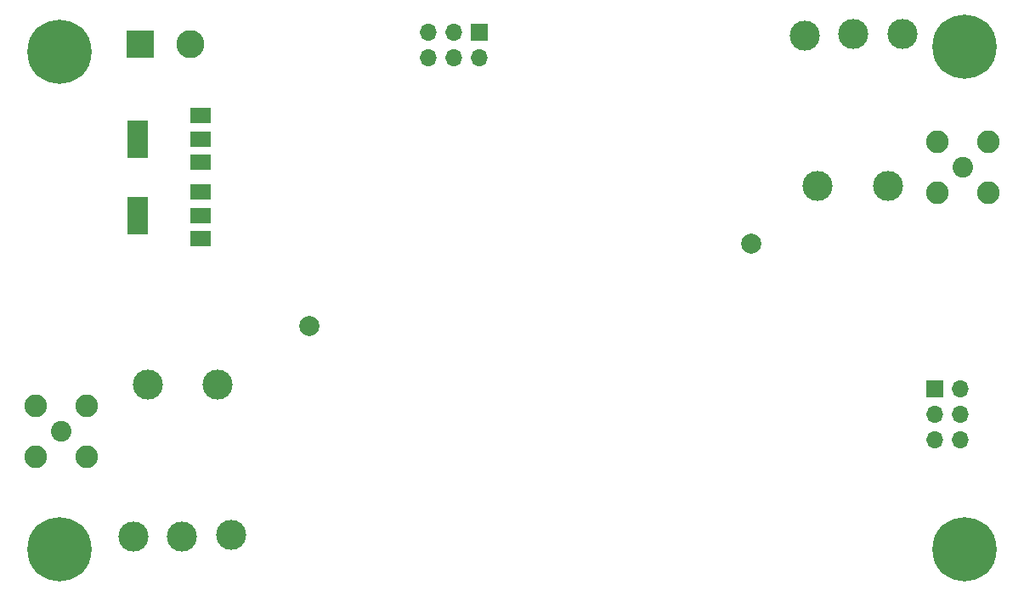
<source format=gbr>
%TF.GenerationSoftware,KiCad,Pcbnew,7.0.7*%
%TF.CreationDate,2023-12-04T17:07:47+01:00*%
%TF.ProjectId,sdrt41,73647274-3431-42e6-9b69-6361645f7063,rev?*%
%TF.SameCoordinates,Original*%
%TF.FileFunction,Soldermask,Bot*%
%TF.FilePolarity,Negative*%
%FSLAX46Y46*%
G04 Gerber Fmt 4.6, Leading zero omitted, Abs format (unit mm)*
G04 Created by KiCad (PCBNEW 7.0.7) date 2023-12-04 17:07:47*
%MOMM*%
%LPD*%
G01*
G04 APERTURE LIST*
%ADD10C,2.000000*%
%ADD11C,0.800000*%
%ADD12C,6.400000*%
%ADD13C,3.000000*%
%ADD14C,2.050000*%
%ADD15C,2.250000*%
%ADD16R,2.800000X2.800000*%
%ADD17C,2.800000*%
%ADD18R,1.700000X1.700000*%
%ADD19O,1.700000X1.700000*%
%ADD20R,2.000000X1.500000*%
%ADD21R,2.000000X3.800000*%
G04 APERTURE END LIST*
D10*
%TO.C,J7*%
X128219200Y-100101400D03*
%TD*%
D11*
%TO.C,H1*%
X191143256Y-72225200D03*
X191846200Y-70528144D03*
X191846200Y-73922256D03*
X193543256Y-69825200D03*
D12*
X193543256Y-72225200D03*
D11*
X193543256Y-74625200D03*
X195240312Y-70528144D03*
X195240312Y-73922256D03*
X195943256Y-72225200D03*
%TD*%
D13*
%TO.C,T2*%
X178892200Y-86138400D03*
X185892200Y-86138400D03*
X187325000Y-70986000D03*
X182452200Y-70978400D03*
X177571400Y-71138400D03*
%TD*%
D14*
%TO.C,J2*%
X103505000Y-110591600D03*
D15*
X100965000Y-108051600D03*
X100965000Y-113131600D03*
X106045000Y-108051600D03*
X106045000Y-113131600D03*
%TD*%
D11*
%TO.C,H4*%
X100927200Y-72732400D03*
X101630144Y-71035344D03*
X101630144Y-74429456D03*
X103327200Y-70332400D03*
D12*
X103327200Y-72732400D03*
D11*
X103327200Y-75132400D03*
X105024256Y-71035344D03*
X105024256Y-74429456D03*
X105727200Y-72732400D03*
%TD*%
D16*
%TO.C,J1*%
X111368200Y-72014400D03*
D17*
X116368200Y-72014400D03*
%TD*%
D13*
%TO.C,T1*%
X119100600Y-105904000D03*
X112100600Y-105904000D03*
X110667800Y-121056400D03*
X115540600Y-121064000D03*
X120421400Y-120904000D03*
%TD*%
D10*
%TO.C,J8*%
X172288200Y-91846400D03*
%TD*%
D18*
%TO.C,J4*%
X190576200Y-106339400D03*
D19*
X193116200Y-106339400D03*
X190576200Y-108879400D03*
X193116200Y-108879400D03*
X190576200Y-111419400D03*
X193116200Y-111419400D03*
%TD*%
D14*
%TO.C,J6*%
X193370200Y-84226400D03*
D15*
X190830200Y-81686400D03*
X190830200Y-86766400D03*
X195910200Y-81686400D03*
X195910200Y-86766400D03*
%TD*%
D19*
%TO.C,J5*%
X140106400Y-73355200D03*
X140106400Y-70815200D03*
X142646400Y-73355200D03*
X142646400Y-70815200D03*
X145186400Y-73355200D03*
D18*
X145186400Y-70815200D03*
%TD*%
D11*
%TO.C,H2*%
X191143256Y-122407344D03*
X191846200Y-120710288D03*
X191846200Y-124104400D03*
X193543256Y-120007344D03*
D12*
X193543256Y-122407344D03*
D11*
X193543256Y-124807344D03*
X195240312Y-120710288D03*
X195240312Y-124104400D03*
X195943256Y-122407344D03*
%TD*%
%TO.C,H3*%
X100927200Y-122326400D03*
X101630144Y-120629344D03*
X101630144Y-124023456D03*
X103327200Y-119926400D03*
D12*
X103327200Y-122326400D03*
D11*
X103327200Y-124726400D03*
X105024256Y-120629344D03*
X105024256Y-124023456D03*
X105727200Y-122326400D03*
%TD*%
D20*
%TO.C,U2*%
X117399200Y-86752400D03*
X117399200Y-89052400D03*
D21*
X111099200Y-89052400D03*
D20*
X117399200Y-91352400D03*
%TD*%
%TO.C,U1*%
X117399200Y-79132400D03*
X117399200Y-81432400D03*
D21*
X111099200Y-81432400D03*
D20*
X117399200Y-83732400D03*
%TD*%
M02*

</source>
